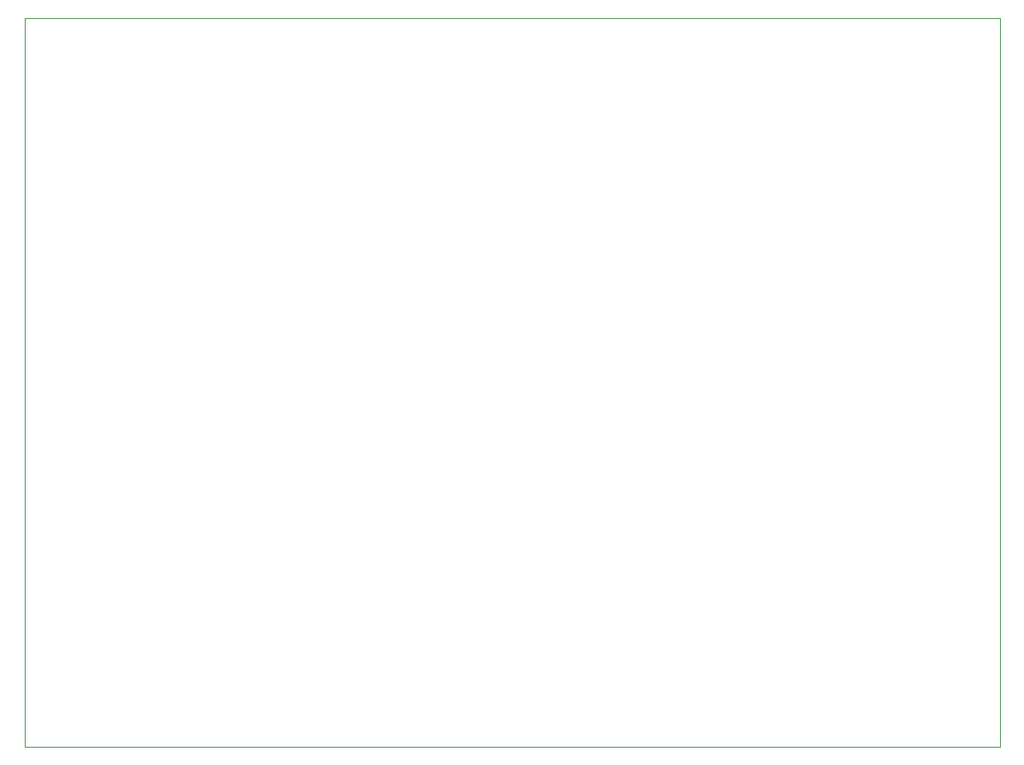
<source format=gko>
G04*
G04 #@! TF.GenerationSoftware,Altium Limited,Altium Designer,20.1.11 (218)*
G04*
G04 Layer_Color=16711935*
%FSLAX25Y25*%
%MOIN*%
G70*
G04*
G04 #@! TF.SameCoordinates,4C222CE1-A502-4843-A5E5-5923ECBC91FD*
G04*
G04*
G04 #@! TF.FilePolarity,Positive*
G04*
G01*
G75*
%ADD117C,0.00100*%
D117*
X118500Y137000D02*
Y431000D01*
Y137000D02*
X511900D01*
Y431000D01*
X118500D02*
X511900D01*
M02*

</source>
